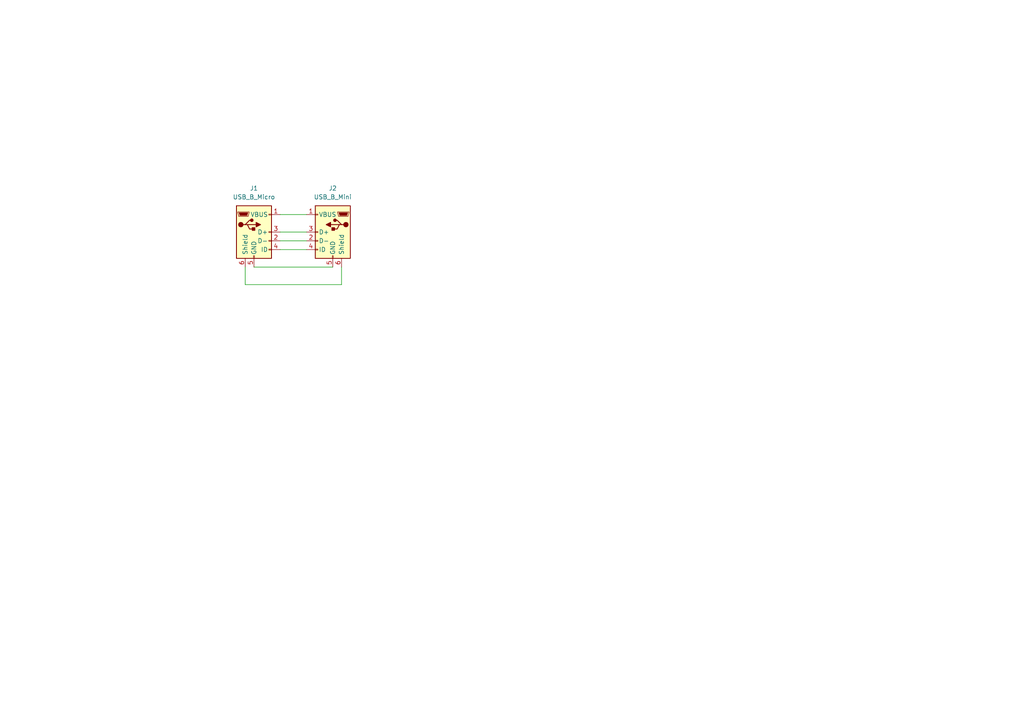
<source format=kicad_sch>
(kicad_sch (version 20231120) (generator "eeschema") (generator_version "8.0")
  (paper "A4")
  (lib_symbols
    (symbol "Connector:USB_B_Micro" (pin_names (offset 1.016))
      (property "Reference" "J" (at -5.08 11.43 0))
      (property "Value" "USB_B_Micro" (at -5.08 8.89 0))
      (symbol "USB_B_Micro_0_1"
        (rectangle (start -5.08 -7.62) (end 5.08 7.62) (stroke (width 0.254)) (fill (type background)))
        (circle (center -3.81 2.159) (radius 0.635) (stroke (width 0.254)) (fill (type outline)))
        (circle (center -0.635 3.429) (radius 0.381) (stroke (width 0.254)) (fill (type outline)))
        (rectangle (start -0.127 -7.62) (end 0.127 -6.858))
        (polyline (pts (xy -1.905 2.159) (xy 0.635 2.159)) (stroke (width 0.254)))
        (polyline (pts (xy -3.175 2.159) (xy -2.54 2.159) (xy -1.27 3.429) (xy -0.635 3.429)) (stroke (width 0.254)))
        (polyline (pts (xy -2.54 2.159) (xy -1.905 2.159) (xy -1.27 0.889) (xy 0 0.889)) (stroke (width 0.254)))
        (polyline (pts (xy 0.635 2.794) (xy 0.635 1.524) (xy 1.905 2.159) (xy 0.635 2.794)) (stroke (width 0.254)) (fill (type outline)))
        (polyline (pts (xy -4.318 5.588) (xy -1.778 5.588) (xy -2.032 4.826) (xy -4.064 4.826) (xy -4.318 5.588)) (fill (type outline)))
        (polyline (pts (xy -4.699 5.842) (xy -4.699 5.588) (xy -4.445 4.826) (xy -4.445 4.572) (xy -1.651 4.572) (xy -1.651 4.826) (xy -1.397 5.588) (xy -1.397 5.842) (xy -4.699 5.842)))
        (rectangle (start 0.254 1.27) (end -0.508 0.508) (stroke (width 0.254)) (fill (type outline)))
        (rectangle (start 5.08 -5.207) (end 4.318 -4.953))
        (rectangle (start 5.08 -2.667) (end 4.318 -2.413))
        (rectangle (start 5.08 -0.127) (end 4.318 0.127))
        (rectangle (start 5.08 4.953) (end 4.318 5.207))
      )
      (symbol "USB_B_Micro_1_1"
        (pin power_out line (at 7.62 5.08 180) (length 2.54) (name "VBUS") (number "1"))
        (pin bidirectional line (at 7.62 -2.54 180) (length 2.54) (name "D-") (number "2"))
        (pin bidirectional line (at 7.62 0 180) (length 2.54) (name "D+") (number "3"))
        (pin passive line (at 7.62 -5.08 180) (length 2.54) (name "ID") (number "4"))
        (pin power_out line (at 0 -10.16 90) (length 2.54) (name "GND") (number "5"))
        (pin passive line (at -2.54 -10.16 90) (length 2.54) (name "Shield") (number "6"))
      )
    )
    (symbol "Connector:USB_B_Mini" (pin_names (offset 1.016))
      (property "Reference" "J" (at -5.08 11.43 0))
      (property "Value" "USB_B_Mini" (at -5.08 8.89 0))
      (symbol "USB_B_Mini_0_1"
        (rectangle (start -5.08 -7.62) (end 5.08 7.62) (stroke (width 0.254)) (fill (type background)))
        (circle (center -3.81 2.159) (radius 0.635) (stroke (width 0.254)) (fill (type outline)))
        (circle (center -0.635 3.429) (radius 0.381) (stroke (width 0.254)) (fill (type outline)))
        (rectangle (start -0.127 -7.62) (end 0.127 -6.858))
        (polyline (pts (xy -1.905 2.159) (xy 0.635 2.159)) (stroke (width 0.254)))
        (polyline (pts (xy -3.175 2.159) (xy -2.54 2.159) (xy -1.27 3.429) (xy -0.635 3.429)) (stroke (width 0.254)))
        (polyline (pts (xy -2.54 2.159) (xy -1.905 2.159) (xy -1.27 0.889) (xy 0 0.889)) (stroke (width 0.254)))
        (polyline (pts (xy 0.635 2.794) (xy 0.635 1.524) (xy 1.905 2.159) (xy 0.635 2.794)) (stroke (width 0.254)) (fill (type outline)))
        (polyline (pts (xy -4.318 5.588) (xy -1.778 5.588) (xy -2.032 4.826) (xy -4.064 4.826) (xy -4.318 5.588)) (fill (type outline)))
        (polyline (pts (xy -4.699 5.842) (xy -4.699 5.588) (xy -4.445 4.826) (xy -4.445 4.572) (xy -1.651 4.572) (xy -1.651 4.826) (xy -1.397 5.588) (xy -1.397 5.842) (xy -4.699 5.842)))
        (rectangle (start 0.254 1.27) (end -0.508 0.508) (stroke (width 0.254)) (fill (type outline)))
        (rectangle (start 5.08 -5.207) (end 4.318 -4.953))
        (rectangle (start 5.08 -2.667) (end 4.318 -2.413))
        (rectangle (start 5.08 -0.127) (end 4.318 0.127))
        (rectangle (start 5.08 4.953) (end 4.318 5.207))
      )
      (symbol "USB_B_Mini_1_1"
        (pin power_out line (at 7.62 5.08 180) (length 2.54) (name "VBUS") (number "1"))
        (pin bidirectional line (at 7.62 -2.54 180) (length 2.54) (name "D-") (number "2"))
        (pin bidirectional line (at 7.62 0 180) (length 2.54) (name "D+") (number "3"))
        (pin passive line (at 7.62 -5.08 180) (length 2.54) (name "ID") (number "4"))
        (pin power_out line (at 0 -10.16 90) (length 2.54) (name "GND") (number "5"))
        (pin passive line (at -2.54 -10.16 90) (length 2.54) (name "Shield") (number "6"))
      )
    )
  )
  (wire (pts (xy 99.06 82.55) (xy 71.12 82.55)))
  (wire (pts (xy 88.9 62.23) (xy 81.28 62.23)))
  (wire (pts (xy 88.9 72.39) (xy 81.28 72.39)))
  (wire (pts (xy 88.9 69.85) (xy 81.28 69.85)))
  (wire (pts (xy 88.9 67.31) (xy 81.28 67.31)))
  (wire (pts (xy 71.12 82.55) (xy 71.12 77.47)))
  (wire (pts (xy 99.06 77.47) (xy 99.06 82.55)))
  (wire (pts (xy 73.66 77.47) (xy 96.52 77.47)))
  (symbol (lib_id "Connector:USB_B_Micro") (at 73.66 67.31 0) (unit 1)
    (property "Reference" "J1" (at 73.66 54.61 0))
    (property "Value" "USB_B_Micro" (at 73.66 57.15 0))
    (property "Footprint" "Connector_USB:USB_Micro-B_Molex_47346-0001" (effects (hide yes)))
    (property "Description" "USB Micro Type B connector" (effects (hide yes)))
  )
  (symbol (lib_id "Connector:USB_B_Mini") (at 96.52 67.31 0) (mirror y) (unit 1)
    (property "Reference" "J2" (at 96.52 54.61 0))
    (property "Value" "USB_B_Mini" (at 96.52 57.15 0))
    (property "Footprint" "Connector_USB:USB_Mini-B_Wuerth_65100516121_Horizontal" (effects (hide yes)))
    (property "Description" "USB Mini Type B connector" (effects (hide yes)))
  )
)
</source>
